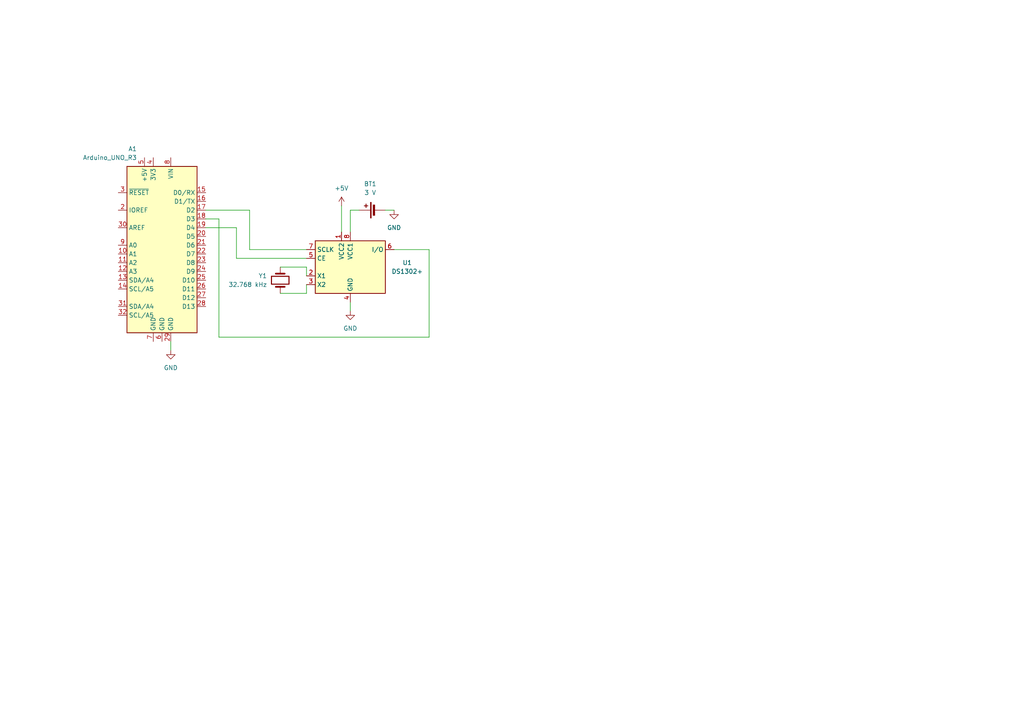
<source format=kicad_sch>
(kicad_sch (version 20230121) (generator eeschema)
  (paper "A4")
  (lib_symbols
    (symbol "Device:Battery_Cell" (pin_numbers hide) (pin_names (offset 0) hide)
      (property "Reference" "BT" (at 2.54 2.54 0))
      (property "Value" "Battery_Cell" (at 2.54 0 0))
      (symbol "Battery_Cell_0_1"
        (rectangle (start -2.286 1.778) (end 2.286 1.524) (fill (type outline)))
        (rectangle (start -1.524 1.016) (end 1.524 0.508) (fill (type outline)))
        (polyline (pts (xy 0 0.762) (xy 0 0)))
        (polyline (pts (xy 0 1.778) (xy 0 2.54)))
        (polyline (pts (xy 0.762 3.048) (xy 1.778 3.048)) (stroke (width 0.254)))
        (polyline (pts (xy 1.27 3.556) (xy 1.27 2.54)) (stroke (width 0.254)))
      )
      (symbol "Battery_Cell_1_1"
        (pin passive line (at 0 5.08 270) (length 2.54) (name "+") (number "1"))
        (pin passive line (at 0 -2.54 90) (length 2.54) (name "-") (number "2"))
      )
    )
    (symbol "Device:Crystal" (pin_numbers hide) (pin_names (offset 1.016) hide)
      (property "Reference" "Y" (at 0 3.81 0))
      (property "Value" "Crystal" (at 0 -3.81 0))
      (symbol "Crystal_0_1"
        (rectangle (start -1.143 2.54) (end 1.143 -2.54) (stroke (width 0.3048)))
        (polyline (pts (xy -2.54 0) (xy -1.905 0)))
        (polyline (pts (xy -1.905 -1.27) (xy -1.905 1.27)) (stroke (width 0.508)))
        (polyline (pts (xy 1.905 -1.27) (xy 1.905 1.27)) (stroke (width 0.508)))
        (polyline (pts (xy 2.54 0) (xy 1.905 0)))
      )
      (symbol "Crystal_1_1"
        (pin passive line (at -3.81 0 0) (length 1.27) (name "1") (number "1"))
        (pin passive line (at 3.81 0 180) (length 1.27) (name "2") (number "2"))
      )
    )
    (symbol "MCU_Module:Arduino_UNO_R3"
      (property "Reference" "A" (at -10.16 23.495 0))
      (property "Value" "Arduino_UNO_R3" (at 5.08 -26.67 0))
      (symbol "Arduino_UNO_R3_0_1"
        (rectangle (start -10.16 22.86) (end 10.16 -25.4) (stroke (width 0.254)) (fill (type background)))
      )
      (symbol "Arduino_UNO_R3_1_1"
        (pin no_connect line (at -10.16 -20.32 0) (length 2.54) hide (name "NC") (number "1"))
        (pin bidirectional line (at 12.7 -2.54 180) (length 2.54) (name "A1") (number "10"))
        (pin bidirectional line (at 12.7 -5.08 180) (length 2.54) (name "A2") (number "11"))
        (pin bidirectional line (at 12.7 -7.62 180) (length 2.54) (name "A3") (number "12"))
        (pin bidirectional line (at 12.7 -10.16 180) (length 2.54) (name "SDA/A4") (number "13"))
        (pin bidirectional line (at 12.7 -12.7 180) (length 2.54) (name "SCL/A5") (number "14"))
        (pin bidirectional line (at -12.7 15.24 0) (length 2.54) (name "D0/RX") (number "15"))
        (pin bidirectional line (at -12.7 12.7 0) (length 2.54) (name "D1/TX") (number "16"))
        (pin bidirectional line (at -12.7 10.16 0) (length 2.54) (name "D2") (number "17"))
        (pin bidirectional line (at -12.7 7.62 0) (length 2.54) (name "D3") (number "18"))
        (pin bidirectional line (at -12.7 5.08 0) (length 2.54) (name "D4") (number "19"))
        (pin output line (at 12.7 10.16 180) (length 2.54) (name "IOREF") (number "2"))
        (pin bidirectional line (at -12.7 2.54 0) (length 2.54) (name "D5") (number "20"))
        (pin bidirectional line (at -12.7 0 0) (length 2.54) (name "D6") (number "21"))
        (pin bidirectional line (at -12.7 -2.54 0) (length 2.54) (name "D7") (number "22"))
        (pin bidirectional line (at -12.7 -5.08 0) (length 2.54) (name "D8") (number "23"))
        (pin bidirectional line (at -12.7 -7.62 0) (length 2.54) (name "D9") (number "24"))
        (pin bidirectional line (at -12.7 -10.16 0) (length 2.54) (name "D10") (number "25"))
        (pin bidirectional line (at -12.7 -12.7 0) (length 2.54) (name "D11") (number "26"))
        (pin bidirectional line (at -12.7 -15.24 0) (length 2.54) (name "D12") (number "27"))
        (pin bidirectional line (at -12.7 -17.78 0) (length 2.54) (name "D13") (number "28"))
        (pin power_in line (at -2.54 -27.94 90) (length 2.54) (name "GND") (number "29"))
        (pin input line (at 12.7 15.24 180) (length 2.54) (name "~{RESET}") (number "3"))
        (pin input line (at 12.7 5.08 180) (length 2.54) (name "AREF") (number "30"))
        (pin bidirectional line (at 12.7 -17.78 180) (length 2.54) (name "SDA/A4") (number "31"))
        (pin bidirectional line (at 12.7 -20.32 180) (length 2.54) (name "SCL/A5") (number "32"))
        (pin power_out line (at 2.54 25.4 270) (length 2.54) (name "3V3") (number "4"))
        (pin power_out line (at 5.08 25.4 270) (length 2.54) (name "+5V") (number "5"))
        (pin power_in line (at 0 -27.94 90) (length 2.54) (name "GND") (number "6"))
        (pin power_in line (at 2.54 -27.94 90) (length 2.54) (name "GND") (number "7"))
        (pin power_in line (at -2.54 25.4 270) (length 2.54) (name "VIN") (number "8"))
        (pin bidirectional line (at 12.7 0 180) (length 2.54) (name "A0") (number "9"))
      )
    )
    (symbol "Timer_RTC:DS1302+"
      (property "Reference" "U" (at -8.89 8.89 0))
      (property "Value" "DS1302+" (at 6.35 8.89 0))
      (symbol "DS1302+_1_1"
        (rectangle (start -10.16 7.62) (end 10.16 -7.62) (stroke (width 0.254)) (fill (type background)))
        (pin power_in line (at -2.54 10.16 270) (length 2.54) (name "VCC2") (number "1"))
        (pin input line (at -12.7 -2.54 0) (length 2.54) (name "X1") (number "2"))
        (pin input line (at -12.7 -5.08 0) (length 2.54) (name "X2") (number "3"))
        (pin power_in line (at 0 -10.16 90) (length 2.54) (name "GND") (number "4"))
        (pin input line (at -12.7 2.54 0) (length 2.54) (name "CE") (number "5"))
        (pin bidirectional line (at 12.7 5.08 180) (length 2.54) (name "I/O") (number "6"))
        (pin input line (at -12.7 5.08 0) (length 2.54) (name "SCLK") (number "7"))
        (pin power_in line (at 0 10.16 270) (length 2.54) (name "VCC1") (number "8"))
      )
    )
    (symbol "power:+5V" (power) (pin_names (offset 0))
      (property "Value" "+5V" (at 0 3.556 0))
      (symbol "+5V_0_1"
        (polyline (pts (xy -0.762 1.27) (xy 0 2.54)))
        (polyline (pts (xy 0 0) (xy 0 2.54)))
        (polyline (pts (xy 0 2.54) (xy 0.762 1.27)))
      )
      (symbol "+5V_1_1"
        (pin power_in line (at 0 0 90) (length 0) hide (name "+5V") (number "1"))
      )
    )
    (symbol "power:GND" (power) (pin_names (offset 0))
      (property "Value" "GND" (at 0 -3.81 0))
      (symbol "GND_0_1"
        (polyline (pts (xy 0 0) (xy 0 -1.27) (xy 1.27 -1.27) (xy 0 -2.54) (xy -1.27 -1.27) (xy 0 -1.27)))
      )
      (symbol "GND_1_1"
        (pin power_in line (at 0 0 270) (length 0) hide (name "GND") (number "1"))
      )
    )
  )
  (wire (pts (xy 99.06 59.69) (xy 99.06 67.31)))
  (wire (pts (xy 111.76 60.96) (xy 114.3 60.96)))
  (wire (pts (xy 101.6 67.31) (xy 101.6 60.96)))
  (wire (pts (xy 72.39 72.39) (xy 72.39 60.96)))
  (wire (pts (xy 72.39 60.96) (xy 59.69 60.96)))
  (wire (pts (xy 68.58 66.04) (xy 59.69 66.04)))
  (wire (pts (xy 101.6 60.96) (xy 104.14 60.96)))
  (wire (pts (xy 88.9 85.09) (xy 88.9 82.55)))
  (wire (pts (xy 88.9 72.39) (xy 72.39 72.39)))
  (wire (pts (xy 88.9 74.93) (xy 68.58 74.93)))
  (wire (pts (xy 49.53 99.06) (xy 49.53 101.6)))
  (wire (pts (xy 101.6 87.63) (xy 101.6 90.17)))
  (wire (pts (xy 59.69 63.5) (xy 63.5 63.5)))
  (wire (pts (xy 88.9 77.47) (xy 88.9 80.01)))
  (wire (pts (xy 63.5 97.79) (xy 124.46 97.79)))
  (wire (pts (xy 63.5 63.5) (xy 63.5 97.79)))
  (wire (pts (xy 68.58 74.93) (xy 68.58 66.04)))
  (wire (pts (xy 124.46 72.39) (xy 114.3 72.39)))
  (wire (pts (xy 81.28 77.47) (xy 88.9 77.47)))
  (wire (pts (xy 81.28 85.09) (xy 88.9 85.09)))
  (wire (pts (xy 124.46 97.79) (xy 124.46 72.39)))
  (symbol (lib_id "Device:Battery_Cell") (at 109.22 60.96 90) (unit 1)
    (property "Reference" "BT1" (at 107.3785 53.34 90))
    (property "Value" "3 V" (at 107.3785 55.88 90))
  )
  (symbol (lib_id "MCU_Module:Arduino_UNO_R3") (at 46.99 71.12 0) (mirror y) (unit 1)
    (property "Reference" "A1" (at 39.7159 43.18 0) (effects (justify left)))
    (property "Value" "Arduino_UNO_R3" (at 39.7159 45.72 0) (effects (justify left)))
    (property "Footprint" "Module:Arduino_UNO_R3" (effects hide))
    (property "Datasheet" "https://www.arduino.cc/en/Main/arduinoBoardUno" (effects hide))
  )
  (symbol (lib_id "power:+5V") (at 99.06 59.69 0) (unit 1)
    (property "Reference" "#PWR02" (effects hide))
    (property "Value" "+5V" (at 99.06 54.61 0))
  )
  (symbol (lib_id "power:GND") (at 49.53 101.6 0) (unit 1)
    (property "Reference" "#PWR04" (effects hide))
    (property "Value" "GND" (at 49.53 106.68 0))
  )
  (symbol (lib_id "power:GND") (at 114.3 60.96 0) (unit 1)
    (property "Reference" "#PWR01" (effects hide))
    (property "Value" "GND" (at 114.3 66.04 0))
  )
  (symbol (lib_id "power:GND") (at 101.6 90.17 0) (unit 1)
    (property "Reference" "#PWR03" (effects hide))
    (property "Value" "GND" (at 101.6 95.25 0))
  )
  (symbol (lib_id "Timer_RTC:DS1302+") (at 101.6 77.47 0) (unit 1)
    (property "Reference" "U1" (at 118.11 76.2 0))
    (property "Value" "DS1302+" (at 118.11 78.74 0))
    (property "Footprint" "Package_DIP:DIP-8_W7.62mm" (effects hide))
    (property "Datasheet" "https://datasheets.maximintegrated.com/en/ds/DS1302.pdf" (effects hide))
  )
  (symbol (lib_id "Device:Crystal") (at 81.28 81.28 270) (mirror x) (unit 1)
    (property "Reference" "Y1" (at 77.47 80.01 90) (effects (justify right)))
    (property "Value" "32.768 kHz" (at 77.47 82.55 90) (effects (justify right)))
  )
)
</source>
